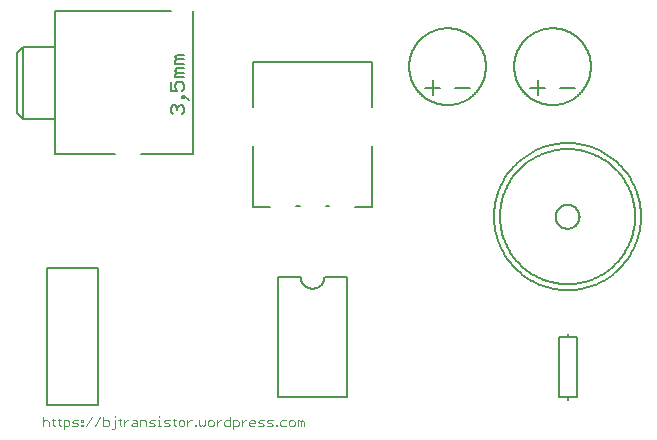
<source format=gto>
G75*
%MOIN*%
%OFA0B0*%
%FSLAX25Y25*%
%IPPOS*%
%LPD*%
%AMOC8*
5,1,8,0,0,1.08239X$1,22.5*
%
%ADD10C,0.00300*%
%ADD11C,0.00800*%
%ADD12C,0.00600*%
%ADD13C,0.00500*%
D10*
X0011150Y0006150D02*
X0011150Y0009052D01*
X0011634Y0008085D02*
X0012601Y0008085D01*
X0013085Y0007601D01*
X0013085Y0006150D01*
X0014580Y0006634D02*
X0015064Y0006150D01*
X0014580Y0006634D02*
X0014580Y0008569D01*
X0014097Y0008085D02*
X0015064Y0008085D01*
X0016061Y0008085D02*
X0017028Y0008085D01*
X0016545Y0008569D02*
X0016545Y0006634D01*
X0017028Y0006150D01*
X0018025Y0006150D02*
X0019476Y0006150D01*
X0019960Y0006634D01*
X0019960Y0007601D01*
X0019476Y0008085D01*
X0018025Y0008085D01*
X0018025Y0005183D01*
X0020972Y0006150D02*
X0022423Y0006150D01*
X0022907Y0006634D01*
X0022423Y0007117D01*
X0021455Y0007117D01*
X0020972Y0007601D01*
X0021455Y0008085D01*
X0022907Y0008085D01*
X0023918Y0008085D02*
X0023918Y0007601D01*
X0024402Y0007601D01*
X0024402Y0008085D01*
X0023918Y0008085D01*
X0023918Y0006634D02*
X0023918Y0006150D01*
X0024402Y0006150D01*
X0024402Y0006634D01*
X0023918Y0006634D01*
X0025391Y0006150D02*
X0027326Y0009052D01*
X0030273Y0009052D02*
X0028338Y0006150D01*
X0031285Y0006150D02*
X0031285Y0009052D01*
X0031285Y0008085D02*
X0032736Y0008085D01*
X0033220Y0007601D01*
X0033220Y0006634D01*
X0032736Y0006150D01*
X0031285Y0006150D01*
X0034231Y0005183D02*
X0034715Y0005183D01*
X0035199Y0005666D01*
X0035199Y0008085D01*
X0035199Y0009052D02*
X0035199Y0009536D01*
X0036195Y0008085D02*
X0037163Y0008085D01*
X0036679Y0008569D02*
X0036679Y0006634D01*
X0037163Y0006150D01*
X0038160Y0006150D02*
X0038160Y0008085D01*
X0039127Y0008085D02*
X0039611Y0008085D01*
X0039127Y0008085D02*
X0038160Y0007117D01*
X0040615Y0006634D02*
X0041099Y0007117D01*
X0042550Y0007117D01*
X0042550Y0007601D02*
X0042550Y0006150D01*
X0041099Y0006150D01*
X0040615Y0006634D01*
X0041099Y0008085D02*
X0042066Y0008085D01*
X0042550Y0007601D01*
X0043562Y0008085D02*
X0043562Y0006150D01*
X0045497Y0006150D02*
X0045497Y0007601D01*
X0045013Y0008085D01*
X0043562Y0008085D01*
X0046508Y0007601D02*
X0046992Y0008085D01*
X0048443Y0008085D01*
X0049455Y0008085D02*
X0049938Y0008085D01*
X0049938Y0006150D01*
X0049455Y0006150D02*
X0050422Y0006150D01*
X0051419Y0006150D02*
X0052870Y0006150D01*
X0053354Y0006634D01*
X0052870Y0007117D01*
X0051903Y0007117D01*
X0051419Y0007601D01*
X0051903Y0008085D01*
X0053354Y0008085D01*
X0054366Y0008085D02*
X0055333Y0008085D01*
X0054849Y0008569D02*
X0054849Y0006634D01*
X0055333Y0006150D01*
X0056330Y0006634D02*
X0056814Y0006150D01*
X0057781Y0006150D01*
X0058265Y0006634D01*
X0058265Y0007601D01*
X0057781Y0008085D01*
X0056814Y0008085D01*
X0056330Y0007601D01*
X0056330Y0006634D01*
X0059276Y0007117D02*
X0060244Y0008085D01*
X0060728Y0008085D01*
X0059276Y0008085D02*
X0059276Y0006150D01*
X0061732Y0006150D02*
X0062216Y0006150D01*
X0062216Y0006634D01*
X0061732Y0006634D01*
X0061732Y0006150D01*
X0063205Y0006634D02*
X0063689Y0006150D01*
X0064173Y0006634D01*
X0064656Y0006150D01*
X0065140Y0006634D01*
X0065140Y0008085D01*
X0066152Y0007601D02*
X0066152Y0006634D01*
X0066635Y0006150D01*
X0067603Y0006150D01*
X0068087Y0006634D01*
X0068087Y0007601D01*
X0067603Y0008085D01*
X0066635Y0008085D01*
X0066152Y0007601D01*
X0069098Y0007117D02*
X0070066Y0008085D01*
X0070549Y0008085D01*
X0071554Y0007601D02*
X0072037Y0008085D01*
X0073489Y0008085D01*
X0073489Y0009052D02*
X0073489Y0006150D01*
X0072037Y0006150D01*
X0071554Y0006634D01*
X0071554Y0007601D01*
X0069098Y0008085D02*
X0069098Y0006150D01*
X0074500Y0006150D02*
X0075951Y0006150D01*
X0076435Y0006634D01*
X0076435Y0007601D01*
X0075951Y0008085D01*
X0074500Y0008085D01*
X0074500Y0005183D01*
X0077447Y0006150D02*
X0077447Y0008085D01*
X0078414Y0008085D02*
X0077447Y0007117D01*
X0078414Y0008085D02*
X0078898Y0008085D01*
X0079902Y0007601D02*
X0080386Y0008085D01*
X0081353Y0008085D01*
X0081837Y0007601D01*
X0081837Y0007117D01*
X0079902Y0007117D01*
X0079902Y0006634D02*
X0079902Y0007601D01*
X0079902Y0006634D02*
X0080386Y0006150D01*
X0081353Y0006150D01*
X0082849Y0006150D02*
X0084300Y0006150D01*
X0084784Y0006634D01*
X0084300Y0007117D01*
X0083332Y0007117D01*
X0082849Y0007601D01*
X0083332Y0008085D01*
X0084784Y0008085D01*
X0085795Y0007601D02*
X0086279Y0008085D01*
X0087730Y0008085D01*
X0087246Y0007117D02*
X0086279Y0007117D01*
X0085795Y0007601D01*
X0085795Y0006150D02*
X0087246Y0006150D01*
X0087730Y0006634D01*
X0087246Y0007117D01*
X0088742Y0006634D02*
X0089225Y0006634D01*
X0089225Y0006150D01*
X0088742Y0006150D01*
X0088742Y0006634D01*
X0090215Y0006634D02*
X0090699Y0006150D01*
X0092150Y0006150D01*
X0093161Y0006634D02*
X0093645Y0006150D01*
X0094613Y0006150D01*
X0095096Y0006634D01*
X0095096Y0007601D01*
X0094613Y0008085D01*
X0093645Y0008085D01*
X0093161Y0007601D01*
X0093161Y0006634D01*
X0092150Y0008085D02*
X0090699Y0008085D01*
X0090215Y0007601D01*
X0090215Y0006634D01*
X0096108Y0006150D02*
X0096108Y0008085D01*
X0096592Y0008085D01*
X0097075Y0007601D01*
X0097559Y0008085D01*
X0098043Y0007601D01*
X0098043Y0006150D01*
X0097075Y0006150D02*
X0097075Y0007601D01*
X0063205Y0008085D02*
X0063205Y0006634D01*
X0049938Y0009052D02*
X0049938Y0009536D01*
X0047959Y0007117D02*
X0046992Y0007117D01*
X0046508Y0007601D01*
X0046508Y0006150D02*
X0047959Y0006150D01*
X0048443Y0006634D01*
X0047959Y0007117D01*
X0011634Y0008085D02*
X0011150Y0007601D01*
D11*
X0012437Y0013106D02*
X0029563Y0013106D01*
X0029563Y0058894D01*
X0012437Y0058894D01*
X0012437Y0013106D01*
X0081091Y0079122D02*
X0081091Y0099547D01*
X0081091Y0112398D02*
X0081091Y0127547D01*
X0120909Y0127547D01*
X0120909Y0112398D01*
X0138500Y0119000D02*
X0143500Y0119000D01*
X0141000Y0116500D02*
X0141000Y0121500D01*
X0133205Y0126000D02*
X0133209Y0126314D01*
X0133220Y0126628D01*
X0133240Y0126941D01*
X0133267Y0127254D01*
X0133301Y0127566D01*
X0133343Y0127877D01*
X0133393Y0128187D01*
X0133451Y0128496D01*
X0133516Y0128803D01*
X0133588Y0129109D01*
X0133668Y0129413D01*
X0133756Y0129714D01*
X0133851Y0130014D01*
X0133953Y0130311D01*
X0134062Y0130605D01*
X0134179Y0130896D01*
X0134303Y0131185D01*
X0134433Y0131471D01*
X0134571Y0131753D01*
X0134716Y0132032D01*
X0134867Y0132307D01*
X0135025Y0132578D01*
X0135190Y0132845D01*
X0135361Y0133109D01*
X0135539Y0133367D01*
X0135723Y0133622D01*
X0135913Y0133872D01*
X0136109Y0134117D01*
X0136312Y0134357D01*
X0136520Y0134593D01*
X0136733Y0134823D01*
X0136953Y0135047D01*
X0137177Y0135267D01*
X0137407Y0135480D01*
X0137643Y0135688D01*
X0137883Y0135891D01*
X0138128Y0136087D01*
X0138378Y0136277D01*
X0138633Y0136461D01*
X0138891Y0136639D01*
X0139155Y0136810D01*
X0139422Y0136975D01*
X0139693Y0137133D01*
X0139968Y0137284D01*
X0140247Y0137429D01*
X0140529Y0137567D01*
X0140815Y0137697D01*
X0141104Y0137821D01*
X0141395Y0137938D01*
X0141689Y0138047D01*
X0141986Y0138149D01*
X0142286Y0138244D01*
X0142587Y0138332D01*
X0142891Y0138412D01*
X0143197Y0138484D01*
X0143504Y0138549D01*
X0143813Y0138607D01*
X0144123Y0138657D01*
X0144434Y0138699D01*
X0144746Y0138733D01*
X0145059Y0138760D01*
X0145372Y0138780D01*
X0145686Y0138791D01*
X0146000Y0138795D01*
X0146314Y0138791D01*
X0146628Y0138780D01*
X0146941Y0138760D01*
X0147254Y0138733D01*
X0147566Y0138699D01*
X0147877Y0138657D01*
X0148187Y0138607D01*
X0148496Y0138549D01*
X0148803Y0138484D01*
X0149109Y0138412D01*
X0149413Y0138332D01*
X0149714Y0138244D01*
X0150014Y0138149D01*
X0150311Y0138047D01*
X0150605Y0137938D01*
X0150896Y0137821D01*
X0151185Y0137697D01*
X0151471Y0137567D01*
X0151753Y0137429D01*
X0152032Y0137284D01*
X0152307Y0137133D01*
X0152578Y0136975D01*
X0152845Y0136810D01*
X0153109Y0136639D01*
X0153367Y0136461D01*
X0153622Y0136277D01*
X0153872Y0136087D01*
X0154117Y0135891D01*
X0154357Y0135688D01*
X0154593Y0135480D01*
X0154823Y0135267D01*
X0155047Y0135047D01*
X0155267Y0134823D01*
X0155480Y0134593D01*
X0155688Y0134357D01*
X0155891Y0134117D01*
X0156087Y0133872D01*
X0156277Y0133622D01*
X0156461Y0133367D01*
X0156639Y0133109D01*
X0156810Y0132845D01*
X0156975Y0132578D01*
X0157133Y0132307D01*
X0157284Y0132032D01*
X0157429Y0131753D01*
X0157567Y0131471D01*
X0157697Y0131185D01*
X0157821Y0130896D01*
X0157938Y0130605D01*
X0158047Y0130311D01*
X0158149Y0130014D01*
X0158244Y0129714D01*
X0158332Y0129413D01*
X0158412Y0129109D01*
X0158484Y0128803D01*
X0158549Y0128496D01*
X0158607Y0128187D01*
X0158657Y0127877D01*
X0158699Y0127566D01*
X0158733Y0127254D01*
X0158760Y0126941D01*
X0158780Y0126628D01*
X0158791Y0126314D01*
X0158795Y0126000D01*
X0158791Y0125686D01*
X0158780Y0125372D01*
X0158760Y0125059D01*
X0158733Y0124746D01*
X0158699Y0124434D01*
X0158657Y0124123D01*
X0158607Y0123813D01*
X0158549Y0123504D01*
X0158484Y0123197D01*
X0158412Y0122891D01*
X0158332Y0122587D01*
X0158244Y0122286D01*
X0158149Y0121986D01*
X0158047Y0121689D01*
X0157938Y0121395D01*
X0157821Y0121104D01*
X0157697Y0120815D01*
X0157567Y0120529D01*
X0157429Y0120247D01*
X0157284Y0119968D01*
X0157133Y0119693D01*
X0156975Y0119422D01*
X0156810Y0119155D01*
X0156639Y0118891D01*
X0156461Y0118633D01*
X0156277Y0118378D01*
X0156087Y0118128D01*
X0155891Y0117883D01*
X0155688Y0117643D01*
X0155480Y0117407D01*
X0155267Y0117177D01*
X0155047Y0116953D01*
X0154823Y0116733D01*
X0154593Y0116520D01*
X0154357Y0116312D01*
X0154117Y0116109D01*
X0153872Y0115913D01*
X0153622Y0115723D01*
X0153367Y0115539D01*
X0153109Y0115361D01*
X0152845Y0115190D01*
X0152578Y0115025D01*
X0152307Y0114867D01*
X0152032Y0114716D01*
X0151753Y0114571D01*
X0151471Y0114433D01*
X0151185Y0114303D01*
X0150896Y0114179D01*
X0150605Y0114062D01*
X0150311Y0113953D01*
X0150014Y0113851D01*
X0149714Y0113756D01*
X0149413Y0113668D01*
X0149109Y0113588D01*
X0148803Y0113516D01*
X0148496Y0113451D01*
X0148187Y0113393D01*
X0147877Y0113343D01*
X0147566Y0113301D01*
X0147254Y0113267D01*
X0146941Y0113240D01*
X0146628Y0113220D01*
X0146314Y0113209D01*
X0146000Y0113205D01*
X0145686Y0113209D01*
X0145372Y0113220D01*
X0145059Y0113240D01*
X0144746Y0113267D01*
X0144434Y0113301D01*
X0144123Y0113343D01*
X0143813Y0113393D01*
X0143504Y0113451D01*
X0143197Y0113516D01*
X0142891Y0113588D01*
X0142587Y0113668D01*
X0142286Y0113756D01*
X0141986Y0113851D01*
X0141689Y0113953D01*
X0141395Y0114062D01*
X0141104Y0114179D01*
X0140815Y0114303D01*
X0140529Y0114433D01*
X0140247Y0114571D01*
X0139968Y0114716D01*
X0139693Y0114867D01*
X0139422Y0115025D01*
X0139155Y0115190D01*
X0138891Y0115361D01*
X0138633Y0115539D01*
X0138378Y0115723D01*
X0138128Y0115913D01*
X0137883Y0116109D01*
X0137643Y0116312D01*
X0137407Y0116520D01*
X0137177Y0116733D01*
X0136953Y0116953D01*
X0136733Y0117177D01*
X0136520Y0117407D01*
X0136312Y0117643D01*
X0136109Y0117883D01*
X0135913Y0118128D01*
X0135723Y0118378D01*
X0135539Y0118633D01*
X0135361Y0118891D01*
X0135190Y0119155D01*
X0135025Y0119422D01*
X0134867Y0119693D01*
X0134716Y0119968D01*
X0134571Y0120247D01*
X0134433Y0120529D01*
X0134303Y0120815D01*
X0134179Y0121104D01*
X0134062Y0121395D01*
X0133953Y0121689D01*
X0133851Y0121986D01*
X0133756Y0122286D01*
X0133668Y0122587D01*
X0133588Y0122891D01*
X0133516Y0123197D01*
X0133451Y0123504D01*
X0133393Y0123813D01*
X0133343Y0124123D01*
X0133301Y0124434D01*
X0133267Y0124746D01*
X0133240Y0125059D01*
X0133220Y0125372D01*
X0133209Y0125686D01*
X0133205Y0126000D01*
X0148500Y0119000D02*
X0153500Y0119000D01*
X0173500Y0119000D02*
X0178500Y0119000D01*
X0176000Y0116500D02*
X0176000Y0121500D01*
X0168205Y0126000D02*
X0168209Y0126314D01*
X0168220Y0126628D01*
X0168240Y0126941D01*
X0168267Y0127254D01*
X0168301Y0127566D01*
X0168343Y0127877D01*
X0168393Y0128187D01*
X0168451Y0128496D01*
X0168516Y0128803D01*
X0168588Y0129109D01*
X0168668Y0129413D01*
X0168756Y0129714D01*
X0168851Y0130014D01*
X0168953Y0130311D01*
X0169062Y0130605D01*
X0169179Y0130896D01*
X0169303Y0131185D01*
X0169433Y0131471D01*
X0169571Y0131753D01*
X0169716Y0132032D01*
X0169867Y0132307D01*
X0170025Y0132578D01*
X0170190Y0132845D01*
X0170361Y0133109D01*
X0170539Y0133367D01*
X0170723Y0133622D01*
X0170913Y0133872D01*
X0171109Y0134117D01*
X0171312Y0134357D01*
X0171520Y0134593D01*
X0171733Y0134823D01*
X0171953Y0135047D01*
X0172177Y0135267D01*
X0172407Y0135480D01*
X0172643Y0135688D01*
X0172883Y0135891D01*
X0173128Y0136087D01*
X0173378Y0136277D01*
X0173633Y0136461D01*
X0173891Y0136639D01*
X0174155Y0136810D01*
X0174422Y0136975D01*
X0174693Y0137133D01*
X0174968Y0137284D01*
X0175247Y0137429D01*
X0175529Y0137567D01*
X0175815Y0137697D01*
X0176104Y0137821D01*
X0176395Y0137938D01*
X0176689Y0138047D01*
X0176986Y0138149D01*
X0177286Y0138244D01*
X0177587Y0138332D01*
X0177891Y0138412D01*
X0178197Y0138484D01*
X0178504Y0138549D01*
X0178813Y0138607D01*
X0179123Y0138657D01*
X0179434Y0138699D01*
X0179746Y0138733D01*
X0180059Y0138760D01*
X0180372Y0138780D01*
X0180686Y0138791D01*
X0181000Y0138795D01*
X0181314Y0138791D01*
X0181628Y0138780D01*
X0181941Y0138760D01*
X0182254Y0138733D01*
X0182566Y0138699D01*
X0182877Y0138657D01*
X0183187Y0138607D01*
X0183496Y0138549D01*
X0183803Y0138484D01*
X0184109Y0138412D01*
X0184413Y0138332D01*
X0184714Y0138244D01*
X0185014Y0138149D01*
X0185311Y0138047D01*
X0185605Y0137938D01*
X0185896Y0137821D01*
X0186185Y0137697D01*
X0186471Y0137567D01*
X0186753Y0137429D01*
X0187032Y0137284D01*
X0187307Y0137133D01*
X0187578Y0136975D01*
X0187845Y0136810D01*
X0188109Y0136639D01*
X0188367Y0136461D01*
X0188622Y0136277D01*
X0188872Y0136087D01*
X0189117Y0135891D01*
X0189357Y0135688D01*
X0189593Y0135480D01*
X0189823Y0135267D01*
X0190047Y0135047D01*
X0190267Y0134823D01*
X0190480Y0134593D01*
X0190688Y0134357D01*
X0190891Y0134117D01*
X0191087Y0133872D01*
X0191277Y0133622D01*
X0191461Y0133367D01*
X0191639Y0133109D01*
X0191810Y0132845D01*
X0191975Y0132578D01*
X0192133Y0132307D01*
X0192284Y0132032D01*
X0192429Y0131753D01*
X0192567Y0131471D01*
X0192697Y0131185D01*
X0192821Y0130896D01*
X0192938Y0130605D01*
X0193047Y0130311D01*
X0193149Y0130014D01*
X0193244Y0129714D01*
X0193332Y0129413D01*
X0193412Y0129109D01*
X0193484Y0128803D01*
X0193549Y0128496D01*
X0193607Y0128187D01*
X0193657Y0127877D01*
X0193699Y0127566D01*
X0193733Y0127254D01*
X0193760Y0126941D01*
X0193780Y0126628D01*
X0193791Y0126314D01*
X0193795Y0126000D01*
X0193791Y0125686D01*
X0193780Y0125372D01*
X0193760Y0125059D01*
X0193733Y0124746D01*
X0193699Y0124434D01*
X0193657Y0124123D01*
X0193607Y0123813D01*
X0193549Y0123504D01*
X0193484Y0123197D01*
X0193412Y0122891D01*
X0193332Y0122587D01*
X0193244Y0122286D01*
X0193149Y0121986D01*
X0193047Y0121689D01*
X0192938Y0121395D01*
X0192821Y0121104D01*
X0192697Y0120815D01*
X0192567Y0120529D01*
X0192429Y0120247D01*
X0192284Y0119968D01*
X0192133Y0119693D01*
X0191975Y0119422D01*
X0191810Y0119155D01*
X0191639Y0118891D01*
X0191461Y0118633D01*
X0191277Y0118378D01*
X0191087Y0118128D01*
X0190891Y0117883D01*
X0190688Y0117643D01*
X0190480Y0117407D01*
X0190267Y0117177D01*
X0190047Y0116953D01*
X0189823Y0116733D01*
X0189593Y0116520D01*
X0189357Y0116312D01*
X0189117Y0116109D01*
X0188872Y0115913D01*
X0188622Y0115723D01*
X0188367Y0115539D01*
X0188109Y0115361D01*
X0187845Y0115190D01*
X0187578Y0115025D01*
X0187307Y0114867D01*
X0187032Y0114716D01*
X0186753Y0114571D01*
X0186471Y0114433D01*
X0186185Y0114303D01*
X0185896Y0114179D01*
X0185605Y0114062D01*
X0185311Y0113953D01*
X0185014Y0113851D01*
X0184714Y0113756D01*
X0184413Y0113668D01*
X0184109Y0113588D01*
X0183803Y0113516D01*
X0183496Y0113451D01*
X0183187Y0113393D01*
X0182877Y0113343D01*
X0182566Y0113301D01*
X0182254Y0113267D01*
X0181941Y0113240D01*
X0181628Y0113220D01*
X0181314Y0113209D01*
X0181000Y0113205D01*
X0180686Y0113209D01*
X0180372Y0113220D01*
X0180059Y0113240D01*
X0179746Y0113267D01*
X0179434Y0113301D01*
X0179123Y0113343D01*
X0178813Y0113393D01*
X0178504Y0113451D01*
X0178197Y0113516D01*
X0177891Y0113588D01*
X0177587Y0113668D01*
X0177286Y0113756D01*
X0176986Y0113851D01*
X0176689Y0113953D01*
X0176395Y0114062D01*
X0176104Y0114179D01*
X0175815Y0114303D01*
X0175529Y0114433D01*
X0175247Y0114571D01*
X0174968Y0114716D01*
X0174693Y0114867D01*
X0174422Y0115025D01*
X0174155Y0115190D01*
X0173891Y0115361D01*
X0173633Y0115539D01*
X0173378Y0115723D01*
X0173128Y0115913D01*
X0172883Y0116109D01*
X0172643Y0116312D01*
X0172407Y0116520D01*
X0172177Y0116733D01*
X0171953Y0116953D01*
X0171733Y0117177D01*
X0171520Y0117407D01*
X0171312Y0117643D01*
X0171109Y0117883D01*
X0170913Y0118128D01*
X0170723Y0118378D01*
X0170539Y0118633D01*
X0170361Y0118891D01*
X0170190Y0119155D01*
X0170025Y0119422D01*
X0169867Y0119693D01*
X0169716Y0119968D01*
X0169571Y0120247D01*
X0169433Y0120529D01*
X0169303Y0120815D01*
X0169179Y0121104D01*
X0169062Y0121395D01*
X0168953Y0121689D01*
X0168851Y0121986D01*
X0168756Y0122286D01*
X0168668Y0122587D01*
X0168588Y0122891D01*
X0168516Y0123197D01*
X0168451Y0123504D01*
X0168393Y0123813D01*
X0168343Y0124123D01*
X0168301Y0124434D01*
X0168267Y0124746D01*
X0168240Y0125059D01*
X0168220Y0125372D01*
X0168209Y0125686D01*
X0168205Y0126000D01*
X0183500Y0119000D02*
X0188500Y0119000D01*
X0120909Y0099543D02*
X0120909Y0079122D01*
X0115173Y0079122D01*
X0106512Y0079622D02*
X0105331Y0079622D01*
X0096669Y0079622D02*
X0095488Y0079622D01*
X0086827Y0079122D02*
X0081209Y0079122D01*
X0183000Y0036000D02*
X0183000Y0016000D01*
X0186000Y0016000D01*
X0186000Y0015000D01*
X0186000Y0016000D02*
X0189000Y0016000D01*
X0189000Y0036000D01*
X0186000Y0036000D01*
X0186000Y0037000D01*
X0186000Y0036000D02*
X0183000Y0036000D01*
D12*
X0182000Y0076000D02*
X0182002Y0076126D01*
X0182008Y0076252D01*
X0182018Y0076378D01*
X0182032Y0076504D01*
X0182050Y0076629D01*
X0182072Y0076753D01*
X0182097Y0076877D01*
X0182127Y0077000D01*
X0182160Y0077121D01*
X0182198Y0077242D01*
X0182239Y0077361D01*
X0182284Y0077480D01*
X0182332Y0077596D01*
X0182384Y0077711D01*
X0182440Y0077824D01*
X0182500Y0077936D01*
X0182563Y0078045D01*
X0182629Y0078153D01*
X0182698Y0078258D01*
X0182771Y0078361D01*
X0182848Y0078462D01*
X0182927Y0078560D01*
X0183009Y0078656D01*
X0183095Y0078749D01*
X0183183Y0078840D01*
X0183274Y0078927D01*
X0183368Y0079012D01*
X0183464Y0079093D01*
X0183563Y0079172D01*
X0183664Y0079247D01*
X0183768Y0079319D01*
X0183874Y0079388D01*
X0183982Y0079454D01*
X0184092Y0079516D01*
X0184204Y0079574D01*
X0184317Y0079629D01*
X0184433Y0079680D01*
X0184550Y0079728D01*
X0184668Y0079772D01*
X0184788Y0079812D01*
X0184909Y0079848D01*
X0185031Y0079881D01*
X0185154Y0079910D01*
X0185278Y0079934D01*
X0185402Y0079955D01*
X0185527Y0079972D01*
X0185653Y0079985D01*
X0185779Y0079994D01*
X0185905Y0079999D01*
X0186032Y0080000D01*
X0186158Y0079997D01*
X0186284Y0079990D01*
X0186410Y0079979D01*
X0186535Y0079964D01*
X0186660Y0079945D01*
X0186784Y0079922D01*
X0186908Y0079896D01*
X0187030Y0079865D01*
X0187152Y0079831D01*
X0187272Y0079792D01*
X0187391Y0079750D01*
X0187509Y0079705D01*
X0187625Y0079655D01*
X0187740Y0079602D01*
X0187852Y0079545D01*
X0187963Y0079485D01*
X0188072Y0079421D01*
X0188179Y0079354D01*
X0188284Y0079284D01*
X0188387Y0079210D01*
X0188487Y0079133D01*
X0188585Y0079053D01*
X0188680Y0078970D01*
X0188772Y0078884D01*
X0188862Y0078795D01*
X0188949Y0078703D01*
X0189032Y0078609D01*
X0189113Y0078512D01*
X0189191Y0078412D01*
X0189266Y0078310D01*
X0189337Y0078206D01*
X0189405Y0078099D01*
X0189469Y0077991D01*
X0189530Y0077880D01*
X0189588Y0077768D01*
X0189642Y0077654D01*
X0189692Y0077538D01*
X0189739Y0077421D01*
X0189782Y0077302D01*
X0189821Y0077182D01*
X0189857Y0077061D01*
X0189888Y0076938D01*
X0189916Y0076815D01*
X0189940Y0076691D01*
X0189960Y0076566D01*
X0189976Y0076441D01*
X0189988Y0076315D01*
X0189996Y0076189D01*
X0190000Y0076063D01*
X0190000Y0075937D01*
X0189996Y0075811D01*
X0189988Y0075685D01*
X0189976Y0075559D01*
X0189960Y0075434D01*
X0189940Y0075309D01*
X0189916Y0075185D01*
X0189888Y0075062D01*
X0189857Y0074939D01*
X0189821Y0074818D01*
X0189782Y0074698D01*
X0189739Y0074579D01*
X0189692Y0074462D01*
X0189642Y0074346D01*
X0189588Y0074232D01*
X0189530Y0074120D01*
X0189469Y0074009D01*
X0189405Y0073901D01*
X0189337Y0073794D01*
X0189266Y0073690D01*
X0189191Y0073588D01*
X0189113Y0073488D01*
X0189032Y0073391D01*
X0188949Y0073297D01*
X0188862Y0073205D01*
X0188772Y0073116D01*
X0188680Y0073030D01*
X0188585Y0072947D01*
X0188487Y0072867D01*
X0188387Y0072790D01*
X0188284Y0072716D01*
X0188179Y0072646D01*
X0188072Y0072579D01*
X0187963Y0072515D01*
X0187852Y0072455D01*
X0187740Y0072398D01*
X0187625Y0072345D01*
X0187509Y0072295D01*
X0187391Y0072250D01*
X0187272Y0072208D01*
X0187152Y0072169D01*
X0187030Y0072135D01*
X0186908Y0072104D01*
X0186784Y0072078D01*
X0186660Y0072055D01*
X0186535Y0072036D01*
X0186410Y0072021D01*
X0186284Y0072010D01*
X0186158Y0072003D01*
X0186032Y0072000D01*
X0185905Y0072001D01*
X0185779Y0072006D01*
X0185653Y0072015D01*
X0185527Y0072028D01*
X0185402Y0072045D01*
X0185278Y0072066D01*
X0185154Y0072090D01*
X0185031Y0072119D01*
X0184909Y0072152D01*
X0184788Y0072188D01*
X0184668Y0072228D01*
X0184550Y0072272D01*
X0184433Y0072320D01*
X0184317Y0072371D01*
X0184204Y0072426D01*
X0184092Y0072484D01*
X0183982Y0072546D01*
X0183874Y0072612D01*
X0183768Y0072681D01*
X0183664Y0072753D01*
X0183563Y0072828D01*
X0183464Y0072907D01*
X0183368Y0072988D01*
X0183274Y0073073D01*
X0183183Y0073160D01*
X0183095Y0073251D01*
X0183009Y0073344D01*
X0182927Y0073440D01*
X0182848Y0073538D01*
X0182771Y0073639D01*
X0182698Y0073742D01*
X0182629Y0073847D01*
X0182563Y0073955D01*
X0182500Y0074064D01*
X0182440Y0074176D01*
X0182384Y0074289D01*
X0182332Y0074404D01*
X0182284Y0074520D01*
X0182239Y0074639D01*
X0182198Y0074758D01*
X0182160Y0074879D01*
X0182127Y0075000D01*
X0182097Y0075123D01*
X0182072Y0075247D01*
X0182050Y0075371D01*
X0182032Y0075496D01*
X0182018Y0075622D01*
X0182008Y0075748D01*
X0182002Y0075874D01*
X0182000Y0076000D01*
X0161500Y0076000D02*
X0161507Y0076601D01*
X0161530Y0077202D01*
X0161566Y0077802D01*
X0161618Y0078401D01*
X0161684Y0078999D01*
X0161765Y0079595D01*
X0161861Y0080189D01*
X0161971Y0080780D01*
X0162095Y0081368D01*
X0162234Y0081953D01*
X0162387Y0082534D01*
X0162555Y0083112D01*
X0162737Y0083685D01*
X0162932Y0084254D01*
X0163142Y0084817D01*
X0163365Y0085376D01*
X0163602Y0085928D01*
X0163852Y0086475D01*
X0164116Y0087015D01*
X0164393Y0087549D01*
X0164683Y0088076D01*
X0164986Y0088596D01*
X0165301Y0089107D01*
X0165629Y0089611D01*
X0165969Y0090107D01*
X0166321Y0090595D01*
X0166686Y0091073D01*
X0167061Y0091543D01*
X0167448Y0092003D01*
X0167847Y0092453D01*
X0168256Y0092894D01*
X0168676Y0093324D01*
X0169106Y0093744D01*
X0169547Y0094153D01*
X0169997Y0094552D01*
X0170457Y0094939D01*
X0170927Y0095314D01*
X0171405Y0095679D01*
X0171893Y0096031D01*
X0172389Y0096371D01*
X0172893Y0096699D01*
X0173404Y0097014D01*
X0173924Y0097317D01*
X0174451Y0097607D01*
X0174985Y0097884D01*
X0175525Y0098148D01*
X0176072Y0098398D01*
X0176624Y0098635D01*
X0177183Y0098858D01*
X0177746Y0099068D01*
X0178315Y0099263D01*
X0178888Y0099445D01*
X0179466Y0099613D01*
X0180047Y0099766D01*
X0180632Y0099905D01*
X0181220Y0100029D01*
X0181811Y0100139D01*
X0182405Y0100235D01*
X0183001Y0100316D01*
X0183599Y0100382D01*
X0184198Y0100434D01*
X0184798Y0100470D01*
X0185399Y0100493D01*
X0186000Y0100500D01*
X0186601Y0100493D01*
X0187202Y0100470D01*
X0187802Y0100434D01*
X0188401Y0100382D01*
X0188999Y0100316D01*
X0189595Y0100235D01*
X0190189Y0100139D01*
X0190780Y0100029D01*
X0191368Y0099905D01*
X0191953Y0099766D01*
X0192534Y0099613D01*
X0193112Y0099445D01*
X0193685Y0099263D01*
X0194254Y0099068D01*
X0194817Y0098858D01*
X0195376Y0098635D01*
X0195928Y0098398D01*
X0196475Y0098148D01*
X0197015Y0097884D01*
X0197549Y0097607D01*
X0198076Y0097317D01*
X0198596Y0097014D01*
X0199107Y0096699D01*
X0199611Y0096371D01*
X0200107Y0096031D01*
X0200595Y0095679D01*
X0201073Y0095314D01*
X0201543Y0094939D01*
X0202003Y0094552D01*
X0202453Y0094153D01*
X0202894Y0093744D01*
X0203324Y0093324D01*
X0203744Y0092894D01*
X0204153Y0092453D01*
X0204552Y0092003D01*
X0204939Y0091543D01*
X0205314Y0091073D01*
X0205679Y0090595D01*
X0206031Y0090107D01*
X0206371Y0089611D01*
X0206699Y0089107D01*
X0207014Y0088596D01*
X0207317Y0088076D01*
X0207607Y0087549D01*
X0207884Y0087015D01*
X0208148Y0086475D01*
X0208398Y0085928D01*
X0208635Y0085376D01*
X0208858Y0084817D01*
X0209068Y0084254D01*
X0209263Y0083685D01*
X0209445Y0083112D01*
X0209613Y0082534D01*
X0209766Y0081953D01*
X0209905Y0081368D01*
X0210029Y0080780D01*
X0210139Y0080189D01*
X0210235Y0079595D01*
X0210316Y0078999D01*
X0210382Y0078401D01*
X0210434Y0077802D01*
X0210470Y0077202D01*
X0210493Y0076601D01*
X0210500Y0076000D01*
X0210493Y0075399D01*
X0210470Y0074798D01*
X0210434Y0074198D01*
X0210382Y0073599D01*
X0210316Y0073001D01*
X0210235Y0072405D01*
X0210139Y0071811D01*
X0210029Y0071220D01*
X0209905Y0070632D01*
X0209766Y0070047D01*
X0209613Y0069466D01*
X0209445Y0068888D01*
X0209263Y0068315D01*
X0209068Y0067746D01*
X0208858Y0067183D01*
X0208635Y0066624D01*
X0208398Y0066072D01*
X0208148Y0065525D01*
X0207884Y0064985D01*
X0207607Y0064451D01*
X0207317Y0063924D01*
X0207014Y0063404D01*
X0206699Y0062893D01*
X0206371Y0062389D01*
X0206031Y0061893D01*
X0205679Y0061405D01*
X0205314Y0060927D01*
X0204939Y0060457D01*
X0204552Y0059997D01*
X0204153Y0059547D01*
X0203744Y0059106D01*
X0203324Y0058676D01*
X0202894Y0058256D01*
X0202453Y0057847D01*
X0202003Y0057448D01*
X0201543Y0057061D01*
X0201073Y0056686D01*
X0200595Y0056321D01*
X0200107Y0055969D01*
X0199611Y0055629D01*
X0199107Y0055301D01*
X0198596Y0054986D01*
X0198076Y0054683D01*
X0197549Y0054393D01*
X0197015Y0054116D01*
X0196475Y0053852D01*
X0195928Y0053602D01*
X0195376Y0053365D01*
X0194817Y0053142D01*
X0194254Y0052932D01*
X0193685Y0052737D01*
X0193112Y0052555D01*
X0192534Y0052387D01*
X0191953Y0052234D01*
X0191368Y0052095D01*
X0190780Y0051971D01*
X0190189Y0051861D01*
X0189595Y0051765D01*
X0188999Y0051684D01*
X0188401Y0051618D01*
X0187802Y0051566D01*
X0187202Y0051530D01*
X0186601Y0051507D01*
X0186000Y0051500D01*
X0185399Y0051507D01*
X0184798Y0051530D01*
X0184198Y0051566D01*
X0183599Y0051618D01*
X0183001Y0051684D01*
X0182405Y0051765D01*
X0181811Y0051861D01*
X0181220Y0051971D01*
X0180632Y0052095D01*
X0180047Y0052234D01*
X0179466Y0052387D01*
X0178888Y0052555D01*
X0178315Y0052737D01*
X0177746Y0052932D01*
X0177183Y0053142D01*
X0176624Y0053365D01*
X0176072Y0053602D01*
X0175525Y0053852D01*
X0174985Y0054116D01*
X0174451Y0054393D01*
X0173924Y0054683D01*
X0173404Y0054986D01*
X0172893Y0055301D01*
X0172389Y0055629D01*
X0171893Y0055969D01*
X0171405Y0056321D01*
X0170927Y0056686D01*
X0170457Y0057061D01*
X0169997Y0057448D01*
X0169547Y0057847D01*
X0169106Y0058256D01*
X0168676Y0058676D01*
X0168256Y0059106D01*
X0167847Y0059547D01*
X0167448Y0059997D01*
X0167061Y0060457D01*
X0166686Y0060927D01*
X0166321Y0061405D01*
X0165969Y0061893D01*
X0165629Y0062389D01*
X0165301Y0062893D01*
X0164986Y0063404D01*
X0164683Y0063924D01*
X0164393Y0064451D01*
X0164116Y0064985D01*
X0163852Y0065525D01*
X0163602Y0066072D01*
X0163365Y0066624D01*
X0163142Y0067183D01*
X0162932Y0067746D01*
X0162737Y0068315D01*
X0162555Y0068888D01*
X0162387Y0069466D01*
X0162234Y0070047D01*
X0162095Y0070632D01*
X0161971Y0071220D01*
X0161861Y0071811D01*
X0161765Y0072405D01*
X0161684Y0073001D01*
X0161618Y0073599D01*
X0161566Y0074198D01*
X0161530Y0074798D01*
X0161507Y0075399D01*
X0161500Y0076000D01*
X0163500Y0076000D02*
X0163507Y0076552D01*
X0163527Y0077104D01*
X0163561Y0077655D01*
X0163608Y0078205D01*
X0163669Y0078754D01*
X0163744Y0079301D01*
X0163831Y0079847D01*
X0163932Y0080390D01*
X0164047Y0080930D01*
X0164174Y0081467D01*
X0164315Y0082001D01*
X0164469Y0082531D01*
X0164636Y0083058D01*
X0164815Y0083580D01*
X0165008Y0084098D01*
X0165213Y0084610D01*
X0165430Y0085118D01*
X0165660Y0085620D01*
X0165902Y0086116D01*
X0166157Y0086606D01*
X0166423Y0087090D01*
X0166701Y0087567D01*
X0166991Y0088037D01*
X0167292Y0088500D01*
X0167604Y0088956D01*
X0167928Y0089403D01*
X0168262Y0089843D01*
X0168607Y0090274D01*
X0168963Y0090696D01*
X0169329Y0091110D01*
X0169704Y0091515D01*
X0170090Y0091910D01*
X0170485Y0092296D01*
X0170890Y0092671D01*
X0171304Y0093037D01*
X0171726Y0093393D01*
X0172157Y0093738D01*
X0172597Y0094072D01*
X0173044Y0094396D01*
X0173500Y0094708D01*
X0173963Y0095009D01*
X0174433Y0095299D01*
X0174910Y0095577D01*
X0175394Y0095843D01*
X0175884Y0096098D01*
X0176380Y0096340D01*
X0176882Y0096570D01*
X0177390Y0096787D01*
X0177902Y0096992D01*
X0178420Y0097185D01*
X0178942Y0097364D01*
X0179469Y0097531D01*
X0179999Y0097685D01*
X0180533Y0097826D01*
X0181070Y0097953D01*
X0181610Y0098068D01*
X0182153Y0098169D01*
X0182699Y0098256D01*
X0183246Y0098331D01*
X0183795Y0098392D01*
X0184345Y0098439D01*
X0184896Y0098473D01*
X0185448Y0098493D01*
X0186000Y0098500D01*
X0186552Y0098493D01*
X0187104Y0098473D01*
X0187655Y0098439D01*
X0188205Y0098392D01*
X0188754Y0098331D01*
X0189301Y0098256D01*
X0189847Y0098169D01*
X0190390Y0098068D01*
X0190930Y0097953D01*
X0191467Y0097826D01*
X0192001Y0097685D01*
X0192531Y0097531D01*
X0193058Y0097364D01*
X0193580Y0097185D01*
X0194098Y0096992D01*
X0194610Y0096787D01*
X0195118Y0096570D01*
X0195620Y0096340D01*
X0196116Y0096098D01*
X0196606Y0095843D01*
X0197090Y0095577D01*
X0197567Y0095299D01*
X0198037Y0095009D01*
X0198500Y0094708D01*
X0198956Y0094396D01*
X0199403Y0094072D01*
X0199843Y0093738D01*
X0200274Y0093393D01*
X0200696Y0093037D01*
X0201110Y0092671D01*
X0201515Y0092296D01*
X0201910Y0091910D01*
X0202296Y0091515D01*
X0202671Y0091110D01*
X0203037Y0090696D01*
X0203393Y0090274D01*
X0203738Y0089843D01*
X0204072Y0089403D01*
X0204396Y0088956D01*
X0204708Y0088500D01*
X0205009Y0088037D01*
X0205299Y0087567D01*
X0205577Y0087090D01*
X0205843Y0086606D01*
X0206098Y0086116D01*
X0206340Y0085620D01*
X0206570Y0085118D01*
X0206787Y0084610D01*
X0206992Y0084098D01*
X0207185Y0083580D01*
X0207364Y0083058D01*
X0207531Y0082531D01*
X0207685Y0082001D01*
X0207826Y0081467D01*
X0207953Y0080930D01*
X0208068Y0080390D01*
X0208169Y0079847D01*
X0208256Y0079301D01*
X0208331Y0078754D01*
X0208392Y0078205D01*
X0208439Y0077655D01*
X0208473Y0077104D01*
X0208493Y0076552D01*
X0208500Y0076000D01*
X0208493Y0075448D01*
X0208473Y0074896D01*
X0208439Y0074345D01*
X0208392Y0073795D01*
X0208331Y0073246D01*
X0208256Y0072699D01*
X0208169Y0072153D01*
X0208068Y0071610D01*
X0207953Y0071070D01*
X0207826Y0070533D01*
X0207685Y0069999D01*
X0207531Y0069469D01*
X0207364Y0068942D01*
X0207185Y0068420D01*
X0206992Y0067902D01*
X0206787Y0067390D01*
X0206570Y0066882D01*
X0206340Y0066380D01*
X0206098Y0065884D01*
X0205843Y0065394D01*
X0205577Y0064910D01*
X0205299Y0064433D01*
X0205009Y0063963D01*
X0204708Y0063500D01*
X0204396Y0063044D01*
X0204072Y0062597D01*
X0203738Y0062157D01*
X0203393Y0061726D01*
X0203037Y0061304D01*
X0202671Y0060890D01*
X0202296Y0060485D01*
X0201910Y0060090D01*
X0201515Y0059704D01*
X0201110Y0059329D01*
X0200696Y0058963D01*
X0200274Y0058607D01*
X0199843Y0058262D01*
X0199403Y0057928D01*
X0198956Y0057604D01*
X0198500Y0057292D01*
X0198037Y0056991D01*
X0197567Y0056701D01*
X0197090Y0056423D01*
X0196606Y0056157D01*
X0196116Y0055902D01*
X0195620Y0055660D01*
X0195118Y0055430D01*
X0194610Y0055213D01*
X0194098Y0055008D01*
X0193580Y0054815D01*
X0193058Y0054636D01*
X0192531Y0054469D01*
X0192001Y0054315D01*
X0191467Y0054174D01*
X0190930Y0054047D01*
X0190390Y0053932D01*
X0189847Y0053831D01*
X0189301Y0053744D01*
X0188754Y0053669D01*
X0188205Y0053608D01*
X0187655Y0053561D01*
X0187104Y0053527D01*
X0186552Y0053507D01*
X0186000Y0053500D01*
X0185448Y0053507D01*
X0184896Y0053527D01*
X0184345Y0053561D01*
X0183795Y0053608D01*
X0183246Y0053669D01*
X0182699Y0053744D01*
X0182153Y0053831D01*
X0181610Y0053932D01*
X0181070Y0054047D01*
X0180533Y0054174D01*
X0179999Y0054315D01*
X0179469Y0054469D01*
X0178942Y0054636D01*
X0178420Y0054815D01*
X0177902Y0055008D01*
X0177390Y0055213D01*
X0176882Y0055430D01*
X0176380Y0055660D01*
X0175884Y0055902D01*
X0175394Y0056157D01*
X0174910Y0056423D01*
X0174433Y0056701D01*
X0173963Y0056991D01*
X0173500Y0057292D01*
X0173044Y0057604D01*
X0172597Y0057928D01*
X0172157Y0058262D01*
X0171726Y0058607D01*
X0171304Y0058963D01*
X0170890Y0059329D01*
X0170485Y0059704D01*
X0170090Y0060090D01*
X0169704Y0060485D01*
X0169329Y0060890D01*
X0168963Y0061304D01*
X0168607Y0061726D01*
X0168262Y0062157D01*
X0167928Y0062597D01*
X0167604Y0063044D01*
X0167292Y0063500D01*
X0166991Y0063963D01*
X0166701Y0064433D01*
X0166423Y0064910D01*
X0166157Y0065394D01*
X0165902Y0065884D01*
X0165660Y0066380D01*
X0165430Y0066882D01*
X0165213Y0067390D01*
X0165008Y0067902D01*
X0164815Y0068420D01*
X0164636Y0068942D01*
X0164469Y0069469D01*
X0164315Y0069999D01*
X0164174Y0070533D01*
X0164047Y0071070D01*
X0163932Y0071610D01*
X0163831Y0072153D01*
X0163744Y0072699D01*
X0163669Y0073246D01*
X0163608Y0073795D01*
X0163561Y0074345D01*
X0163527Y0074896D01*
X0163507Y0075448D01*
X0163500Y0076000D01*
X0112500Y0056000D02*
X0105000Y0056000D01*
X0104998Y0055874D01*
X0104992Y0055749D01*
X0104982Y0055624D01*
X0104968Y0055499D01*
X0104951Y0055374D01*
X0104929Y0055250D01*
X0104904Y0055127D01*
X0104874Y0055005D01*
X0104841Y0054884D01*
X0104804Y0054764D01*
X0104764Y0054645D01*
X0104719Y0054528D01*
X0104671Y0054411D01*
X0104619Y0054297D01*
X0104564Y0054184D01*
X0104505Y0054073D01*
X0104443Y0053964D01*
X0104377Y0053857D01*
X0104308Y0053752D01*
X0104236Y0053649D01*
X0104161Y0053548D01*
X0104082Y0053450D01*
X0104000Y0053355D01*
X0103916Y0053262D01*
X0103828Y0053172D01*
X0103738Y0053084D01*
X0103645Y0053000D01*
X0103550Y0052918D01*
X0103452Y0052839D01*
X0103351Y0052764D01*
X0103248Y0052692D01*
X0103143Y0052623D01*
X0103036Y0052557D01*
X0102927Y0052495D01*
X0102816Y0052436D01*
X0102703Y0052381D01*
X0102589Y0052329D01*
X0102472Y0052281D01*
X0102355Y0052236D01*
X0102236Y0052196D01*
X0102116Y0052159D01*
X0101995Y0052126D01*
X0101873Y0052096D01*
X0101750Y0052071D01*
X0101626Y0052049D01*
X0101501Y0052032D01*
X0101376Y0052018D01*
X0101251Y0052008D01*
X0101126Y0052002D01*
X0101000Y0052000D01*
X0100874Y0052002D01*
X0100749Y0052008D01*
X0100624Y0052018D01*
X0100499Y0052032D01*
X0100374Y0052049D01*
X0100250Y0052071D01*
X0100127Y0052096D01*
X0100005Y0052126D01*
X0099884Y0052159D01*
X0099764Y0052196D01*
X0099645Y0052236D01*
X0099528Y0052281D01*
X0099411Y0052329D01*
X0099297Y0052381D01*
X0099184Y0052436D01*
X0099073Y0052495D01*
X0098964Y0052557D01*
X0098857Y0052623D01*
X0098752Y0052692D01*
X0098649Y0052764D01*
X0098548Y0052839D01*
X0098450Y0052918D01*
X0098355Y0053000D01*
X0098262Y0053084D01*
X0098172Y0053172D01*
X0098084Y0053262D01*
X0098000Y0053355D01*
X0097918Y0053450D01*
X0097839Y0053548D01*
X0097764Y0053649D01*
X0097692Y0053752D01*
X0097623Y0053857D01*
X0097557Y0053964D01*
X0097495Y0054073D01*
X0097436Y0054184D01*
X0097381Y0054297D01*
X0097329Y0054411D01*
X0097281Y0054528D01*
X0097236Y0054645D01*
X0097196Y0054764D01*
X0097159Y0054884D01*
X0097126Y0055005D01*
X0097096Y0055127D01*
X0097071Y0055250D01*
X0097049Y0055374D01*
X0097032Y0055499D01*
X0097018Y0055624D01*
X0097008Y0055749D01*
X0097002Y0055874D01*
X0097000Y0056000D01*
X0089500Y0056000D01*
X0089500Y0016000D01*
X0112500Y0016000D01*
X0112500Y0056000D01*
X0061323Y0096819D02*
X0043815Y0096819D01*
X0035315Y0096819D02*
X0015165Y0096819D01*
X0015165Y0108606D01*
X0015165Y0132606D01*
X0015165Y0144394D01*
X0053815Y0144394D01*
X0061315Y0144394D02*
X0061323Y0144394D01*
X0061323Y0096819D01*
X0015165Y0108606D02*
X0004346Y0108606D01*
X0004346Y0132606D01*
X0002346Y0130606D01*
X0002346Y0110606D01*
X0004346Y0108606D01*
X0004346Y0132606D02*
X0015165Y0132606D01*
D13*
X0053726Y0120780D02*
X0053726Y0117778D01*
X0055978Y0117778D01*
X0055228Y0119279D01*
X0055228Y0120029D01*
X0055978Y0120780D01*
X0057480Y0120780D01*
X0058230Y0120029D01*
X0058230Y0118528D01*
X0057480Y0117778D01*
X0057480Y0116210D02*
X0057480Y0115459D01*
X0058230Y0115459D01*
X0058230Y0116210D01*
X0057480Y0116210D01*
X0058230Y0116210D02*
X0059732Y0114708D01*
X0057480Y0113107D02*
X0058230Y0112356D01*
X0058230Y0110855D01*
X0057480Y0110104D01*
X0055978Y0111606D02*
X0055978Y0112356D01*
X0056729Y0113107D01*
X0057480Y0113107D01*
X0055978Y0112356D02*
X0055228Y0113107D01*
X0054477Y0113107D01*
X0053726Y0112356D01*
X0053726Y0110855D01*
X0054477Y0110104D01*
X0055228Y0122381D02*
X0055228Y0123132D01*
X0055978Y0123883D01*
X0055228Y0124633D01*
X0055978Y0125384D01*
X0058230Y0125384D01*
X0058230Y0123883D02*
X0055978Y0123883D01*
X0055228Y0122381D02*
X0058230Y0122381D01*
X0058230Y0126985D02*
X0055228Y0126985D01*
X0055228Y0127736D01*
X0055978Y0128487D01*
X0055228Y0129237D01*
X0055978Y0129988D01*
X0058230Y0129988D01*
X0058230Y0128487D02*
X0055978Y0128487D01*
M02*

</source>
